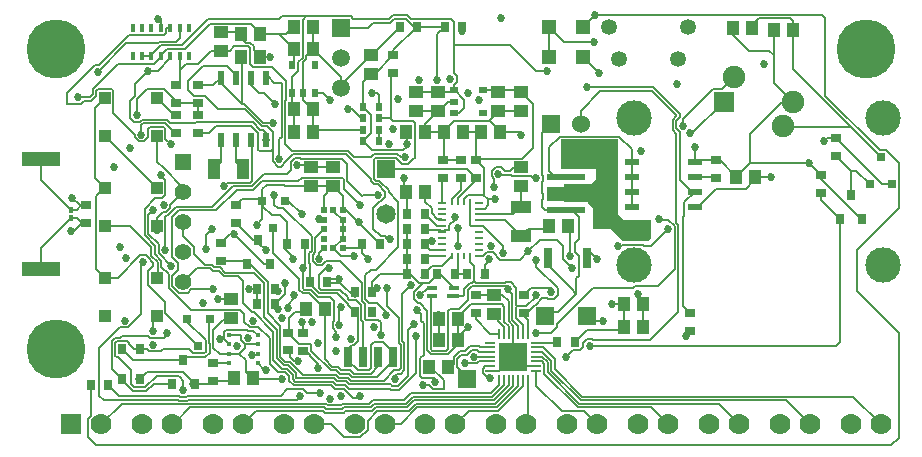
<source format=gtl>
G04*
G04 #@! TF.GenerationSoftware,Altium Limited,CircuitStudio,1.5.1 (13)*
G04*
G04 Layer_Physical_Order=1*
G04 Layer_Color=39423*
%FSAX24Y24*%
%MOIN*%
G70*
G01*
G75*
%ADD10R,0.0709X0.0394*%
%ADD11R,0.1299X0.0197*%
%ADD12R,0.1299X0.0512*%
%ADD13R,0.0197X0.0197*%
%ADD14R,0.0394X0.0138*%
%ADD15R,0.0354X0.0138*%
%ADD16R,0.0315X0.0709*%
%ADD17R,0.0299X0.0299*%
%ADD18R,0.0217X0.0315*%
%ADD19R,0.0315X0.0354*%
%ADD20R,0.0512X0.0236*%
%ADD21R,0.0492X0.0480*%
%ADD22R,0.0236X0.0512*%
%ADD23R,0.0591X0.0591*%
%ADD24R,0.0079X0.0335*%
%ADD25R,0.0335X0.0079*%
%ADD26O,0.0335X0.0079*%
%ADD27R,0.0945X0.0945*%
%ADD28R,0.0138X0.0295*%
%ADD29R,0.1260X0.0512*%
%ADD30R,0.0295X0.0709*%
%ADD31R,0.0266X0.0098*%
%ADD32R,0.0098X0.0226*%
%ADD33R,0.0157X0.0157*%
%ADD34R,0.0236X0.0283*%
%ADD35R,0.0394X0.0512*%
%ADD36R,0.0394X0.0394*%
%ADD37R,0.0315X0.0354*%
%ADD38R,0.0118X0.0197*%
%ADD39R,0.0591X0.0591*%
%ADD40R,0.0512X0.0394*%
%ADD41R,0.0354X0.0315*%
%ADD42R,0.0276X0.0354*%
%ADD43R,0.0354X0.0276*%
%ADD44R,0.0315X0.0217*%
%ADD45R,0.0394X0.0709*%
%ADD46C,0.0060*%
%ADD47C,0.0080*%
%ADD48C,0.0530*%
%ADD49C,0.0700*%
%ADD50R,0.0700X0.0700*%
%ADD51C,0.0550*%
%ADD52R,0.0550X0.0550*%
%ADD53C,0.1181*%
%ADD54R,0.0650X0.0650*%
%ADD55C,0.0750*%
%ADD56C,0.1969*%
%ADD57C,0.0591*%
%ADD58C,0.0600*%
%ADD59R,0.0600X0.0600*%
%ADD60C,0.0650*%
%ADD61C,0.0270*%
G36*
X030250Y018000D02*
X030400Y017800D01*
X031350D01*
Y017200D01*
X031250Y017100D01*
X030400D01*
X030000Y017500D01*
X029400D01*
Y018200D01*
X029250Y018350D01*
Y018400D01*
X028450D01*
Y019000D01*
X029350D01*
X029500Y019150D01*
Y019500D01*
X028350D01*
Y020500D01*
X030250D01*
Y018000D01*
D02*
G37*
D10*
X027000Y018242D02*
D03*
Y017258D02*
D03*
D11*
X028500Y018130D02*
D03*
Y019232D02*
D03*
D12*
Y018681D02*
D03*
D13*
X020750Y018130D02*
D03*
X020435D02*
D03*
Y017815D02*
D03*
Y017500D02*
D03*
Y017185D02*
D03*
Y016870D02*
D03*
X020750D02*
D03*
X021065D02*
D03*
Y017185D02*
D03*
Y017500D02*
D03*
Y017815D02*
D03*
Y018130D02*
D03*
D14*
X024754Y015262D02*
D03*
D15*
X024774Y015538D02*
D03*
X024026Y015262D02*
D03*
Y015538D02*
D03*
D16*
X021250Y013250D02*
D03*
X021750D02*
D03*
X022250D02*
D03*
X022750D02*
D03*
D17*
X018750Y017548D02*
D03*
X019124Y018450D02*
D03*
X018376D02*
D03*
X039000Y019902D02*
D03*
X038626Y019000D02*
D03*
X039374D02*
D03*
X016250Y013598D02*
D03*
X016624Y014500D02*
D03*
X015876Y014500D02*
D03*
D18*
X019750Y022028D02*
D03*
X019376D02*
D03*
X020124D02*
D03*
Y022972D02*
D03*
X019376D02*
D03*
D19*
X018250Y017144D02*
D03*
X018624Y016356D02*
D03*
X017876D02*
D03*
X038000Y018644D02*
D03*
X038374Y017856D02*
D03*
X037626D02*
D03*
X015750Y013144D02*
D03*
X016124Y012356D02*
D03*
X015376D02*
D03*
D20*
X032793Y018250D02*
D03*
Y018750D02*
D03*
Y019250D02*
D03*
Y019750D02*
D03*
X030707Y018250D02*
D03*
Y018750D02*
D03*
Y019250D02*
D03*
Y019750D02*
D03*
D21*
X027929Y024250D02*
D03*
X029071D02*
D03*
X027929Y023250D02*
D03*
X029071D02*
D03*
D22*
X018500Y022543D02*
D03*
X018000D02*
D03*
X017500D02*
D03*
X017000D02*
D03*
X018500Y020457D02*
D03*
X018000Y020457D02*
D03*
X017500D02*
D03*
X017000Y020457D02*
D03*
D23*
X029189Y014600D02*
D03*
X027811D02*
D03*
D24*
X026278Y014018D02*
D03*
X026435D02*
D03*
X026593D02*
D03*
X026750D02*
D03*
X026907D02*
D03*
X027065D02*
D03*
X027222D02*
D03*
Y012482D02*
D03*
X027065D02*
D03*
X026907D02*
D03*
X026750D02*
D03*
X026593D02*
D03*
X026435D02*
D03*
X026278D02*
D03*
D25*
X027518Y013722D02*
D03*
Y013565D02*
D03*
Y013407D02*
D03*
Y013250D02*
D03*
Y013093D02*
D03*
Y012935D02*
D03*
Y012778D02*
D03*
X025982D02*
D03*
Y012935D02*
D03*
Y013093D02*
D03*
Y013250D02*
D03*
Y013407D02*
D03*
Y013565D02*
D03*
D26*
Y013722D02*
D03*
D27*
X026750Y013250D02*
D03*
D28*
X015945Y024222D02*
D03*
X015630D02*
D03*
X015315D02*
D03*
X015000D02*
D03*
X014685D02*
D03*
X014370D02*
D03*
X014055D02*
D03*
X015945Y023278D02*
D03*
X015630D02*
D03*
X015315D02*
D03*
X015000D02*
D03*
X014685D02*
D03*
X014370D02*
D03*
X014055D02*
D03*
D29*
X011000Y019831D02*
D03*
Y016169D02*
D03*
D30*
X029190Y016550D02*
D03*
X027910D02*
D03*
D31*
X024386Y016614D02*
D03*
Y016811D02*
D03*
Y017008D02*
D03*
Y017205D02*
D03*
Y017402D02*
D03*
Y017598D02*
D03*
Y017795D02*
D03*
Y017992D02*
D03*
Y018189D02*
D03*
Y018386D02*
D03*
X025614Y016614D02*
D03*
Y016811D02*
D03*
Y017008D02*
D03*
Y017205D02*
D03*
Y017402D02*
D03*
Y017598D02*
D03*
Y017795D02*
D03*
Y017992D02*
D03*
Y018189D02*
D03*
Y018386D02*
D03*
D32*
X025295Y018409D02*
D03*
X025098D02*
D03*
X024902D02*
D03*
X024705D02*
D03*
Y016591D02*
D03*
X024902D02*
D03*
X025098D02*
D03*
X025295D02*
D03*
D33*
X017278Y013972D02*
D03*
Y013657D02*
D03*
Y013343D02*
D03*
Y013028D02*
D03*
X018222D02*
D03*
Y013343D02*
D03*
Y013657D02*
D03*
Y013972D02*
D03*
D34*
X021724Y021573D02*
D03*
Y021191D02*
D03*
Y020809D02*
D03*
Y020427D02*
D03*
X022276Y021573D02*
D03*
Y021191D02*
D03*
Y020809D02*
D03*
Y020427D02*
D03*
D35*
X023185Y020750D02*
D03*
X023815D02*
D03*
X017685Y023250D02*
D03*
X018315D02*
D03*
X019435Y020750D02*
D03*
X020065D02*
D03*
X019435Y021500D02*
D03*
X020065D02*
D03*
X019435Y023500D02*
D03*
X020065D02*
D03*
X019435Y024250D02*
D03*
X020065D02*
D03*
X030435Y014250D02*
D03*
X031065D02*
D03*
X030435Y015000D02*
D03*
X031065D02*
D03*
X024565Y012900D02*
D03*
X023935D02*
D03*
X034815Y019250D02*
D03*
X034185D02*
D03*
X018315Y024000D02*
D03*
X017685D02*
D03*
X020465Y014850D02*
D03*
X019835D02*
D03*
X028565Y017600D02*
D03*
X027935D02*
D03*
X024435Y020750D02*
D03*
X025065D02*
D03*
X026315D02*
D03*
X025685D02*
D03*
X023185Y018750D02*
D03*
X023815D02*
D03*
X018065Y012550D02*
D03*
X017435D02*
D03*
X024915Y013800D02*
D03*
X024285D02*
D03*
X024915Y014500D02*
D03*
X024285D02*
D03*
X036065Y024150D02*
D03*
X035435D02*
D03*
X034715Y024200D02*
D03*
X034085D02*
D03*
D36*
X013134Y014620D02*
D03*
Y015880D02*
D03*
X014866D02*
D03*
Y014620D02*
D03*
X013134Y020620D02*
D03*
Y021880D02*
D03*
X014866D02*
D03*
Y020620D02*
D03*
X013134Y017620D02*
D03*
Y018880D02*
D03*
X014866D02*
D03*
Y017620D02*
D03*
D37*
X019974Y015750D02*
D03*
X020526D02*
D03*
X022974Y024250D02*
D03*
X023526D02*
D03*
D38*
X012000Y017862D02*
D03*
Y018138D02*
D03*
D39*
X025200Y012500D02*
D03*
X022500Y019500D02*
D03*
X021000Y024200D02*
D03*
D40*
X023500Y022065D02*
D03*
Y021435D02*
D03*
X024250Y022065D02*
D03*
X024250Y021435D02*
D03*
X026250Y022065D02*
D03*
Y021435D02*
D03*
X027000Y022065D02*
D03*
Y021435D02*
D03*
X026100Y014685D02*
D03*
Y015315D02*
D03*
X017000Y023435D02*
D03*
Y024065D02*
D03*
X027000Y019565D02*
D03*
Y018935D02*
D03*
X017350Y014535D02*
D03*
Y015165D02*
D03*
X020000Y018935D02*
D03*
Y019565D02*
D03*
X020750Y018935D02*
D03*
Y019565D02*
D03*
X022000Y022685D02*
D03*
Y023315D02*
D03*
D41*
X019250Y014026D02*
D03*
Y013474D02*
D03*
D42*
X025045Y024250D02*
D03*
X024455D02*
D03*
X018205Y015500D02*
D03*
X018795D02*
D03*
X012655Y012300D02*
D03*
X013245D02*
D03*
X021455Y015400D02*
D03*
X022045D02*
D03*
X028795Y013750D02*
D03*
X028205D02*
D03*
X023205Y017000D02*
D03*
X023795D02*
D03*
X023205Y017500D02*
D03*
X023795D02*
D03*
X023205Y016000D02*
D03*
X023795D02*
D03*
X023205Y016500D02*
D03*
X023795D02*
D03*
X024205Y016000D02*
D03*
X024795D02*
D03*
X023795Y018000D02*
D03*
X023205D02*
D03*
X025205Y016000D02*
D03*
X025795D02*
D03*
X019205Y017000D02*
D03*
X019795D02*
D03*
X022295Y017000D02*
D03*
X021705D02*
D03*
X014295Y013500D02*
D03*
X013705D02*
D03*
X013705Y012500D02*
D03*
X014295D02*
D03*
X021455Y014750D02*
D03*
X022045D02*
D03*
X018205Y015000D02*
D03*
X018795D02*
D03*
D43*
X016250Y021705D02*
D03*
Y022295D02*
D03*
X016250Y021295D02*
D03*
Y020705D02*
D03*
X019750Y014045D02*
D03*
Y013455D02*
D03*
X015500Y021295D02*
D03*
Y020705D02*
D03*
X033500Y019205D02*
D03*
Y019795D02*
D03*
X027100Y014705D02*
D03*
Y015295D02*
D03*
X025500Y019795D02*
D03*
Y019205D02*
D03*
X015500Y021705D02*
D03*
Y022295D02*
D03*
X025000Y019205D02*
D03*
Y019795D02*
D03*
X024400Y019205D02*
D03*
Y019795D02*
D03*
X016750Y013045D02*
D03*
Y012455D02*
D03*
X037500Y020545D02*
D03*
Y019955D02*
D03*
X037000Y018705D02*
D03*
Y019295D02*
D03*
X012500Y018295D02*
D03*
Y017705D02*
D03*
X017500Y018295D02*
D03*
Y017705D02*
D03*
X022750Y023295D02*
D03*
Y022705D02*
D03*
X017000Y016455D02*
D03*
Y017045D02*
D03*
X025500Y014705D02*
D03*
Y015295D02*
D03*
X032650Y014105D02*
D03*
Y014695D02*
D03*
D44*
X024778Y021750D02*
D03*
Y022124D02*
D03*
Y021376D02*
D03*
X025722D02*
D03*
Y022124D02*
D03*
D45*
X016758Y019500D02*
D03*
X017742D02*
D03*
D46*
X032495Y013950D02*
X032650Y014105D01*
X032700Y018750D02*
X032792D01*
X032400Y014945D02*
X032650Y014695D01*
X032400Y014945D02*
Y017900D01*
X032450Y017950D01*
X032125Y016175D02*
Y017593D01*
X031918Y017800D02*
X032125Y017593D01*
X032180Y017708D02*
X032245Y017643D01*
Y014745D02*
Y017643D01*
X031350Y016950D02*
X031900Y017500D01*
X031600Y017800D02*
Y017850D01*
X032450Y017950D02*
Y018089D01*
X032447Y018092D02*
X032450Y018089D01*
X032447Y018092D02*
Y018405D01*
X032792Y018750D01*
X032793D01*
X036020Y024650D02*
X036024Y024646D01*
X029471Y024650D02*
X036020D01*
X035970Y024530D02*
X036065Y024435D01*
X034600Y023450D02*
X035285D01*
X034085Y023965D02*
X034600Y023450D01*
X034085Y023965D02*
Y024300D01*
X036065Y022837D02*
Y024435D01*
X034715Y024300D02*
X034945Y024530D01*
X035970D01*
X035285Y023450D02*
X035435Y023300D01*
Y024300D01*
Y022385D02*
Y023300D01*
Y022385D02*
X036070Y021750D01*
X036065Y022837D02*
X038002Y020900D01*
X037150Y021950D02*
X038959Y020141D01*
X037150Y021950D02*
Y024545D01*
X037049Y024646D02*
X037150Y024545D01*
X036024Y024646D02*
X037049D01*
X039187Y020141D02*
X039614Y019714D01*
X038959Y020141D02*
X039187D01*
X019139Y018949D02*
X019986D01*
X019587Y019102D02*
X019707Y019222D01*
X019156Y019102D02*
X019587D01*
X019149Y019108D02*
X019156Y019102D01*
X018368Y019108D02*
X019149D01*
X019190Y019335D02*
X019325Y019470D01*
X018425Y019335D02*
X019190D01*
X019000Y019582D02*
X019175Y019757D01*
X018900Y019582D02*
X019000D01*
X018725Y019757D02*
X018900Y019582D01*
X018950Y019850D02*
Y020500D01*
X019100Y018988D02*
X019139Y018949D01*
X018538Y018988D02*
X019100D01*
X019086Y018198D02*
X020023Y017261D01*
X019205Y017000D02*
Y017740D01*
X018987Y017958D02*
X019205Y017740D01*
X025369Y015722D02*
X025433Y015786D01*
X024754Y015262D02*
X025062D01*
X025315Y015722D02*
X025369D01*
X025113Y015520D02*
X025315Y015722D01*
X025113Y015313D02*
Y015520D01*
X025062Y015262D02*
X025113Y015313D01*
X024646Y014846D02*
X024946D01*
X024572Y014772D02*
X024646Y014846D01*
X024572Y013507D02*
Y014772D01*
X024946Y014846D02*
X025233Y015133D01*
X024915Y014562D02*
X025353Y015000D01*
X024915Y014500D02*
Y014562D01*
X023205Y017000D02*
Y017500D01*
X022915Y016896D02*
Y018423D01*
X022165Y016145D02*
X022915Y016896D01*
X022553Y017184D02*
X022628D01*
X021600Y017695D02*
X022295Y017000D01*
X021600Y017695D02*
Y017750D01*
X022524Y014945D02*
Y015549D01*
X020311Y017930D02*
X020426Y017815D01*
X020270Y017837D02*
Y017889D01*
X020311Y017930D01*
X020435Y018620D02*
X020750Y018935D01*
X020435Y018130D02*
Y018620D01*
X019250Y018450D02*
X019700Y018000D01*
X019707Y019222D02*
X021043D01*
X020000Y018935D02*
X020750D01*
X019666Y019852D02*
X021043D01*
X019643Y019875D02*
X019666Y019852D01*
X019457Y019875D02*
X019643D01*
X019325Y019743D02*
X019457Y019875D01*
X019325Y019470D02*
Y019743D01*
X019407Y019995D02*
X021173D01*
X019175Y019763D02*
X019407Y019995D01*
X019175Y019757D02*
Y019763D01*
X019385Y020115D02*
X021223D01*
X019148Y020352D02*
X019385Y020115D01*
X019550Y019650D02*
X019915D01*
X021043Y019222D02*
X021096Y019169D01*
X020426Y017815D02*
X020435D01*
X020750Y018121D02*
X021056Y017815D01*
X022085Y017515D02*
X022333Y017267D01*
X022085Y017515D02*
Y018217D01*
X018748Y016694D02*
X019607Y015835D01*
X018748Y016694D02*
Y017597D01*
X018097Y016050D02*
X018447Y015699D01*
X017150Y016050D02*
X018097D01*
X017725Y015037D02*
Y015770D01*
X017565Y015930D02*
X017725Y015770D01*
X017100Y015930D02*
X017565D01*
X017725Y015037D02*
X018030Y014733D01*
X017057Y014822D02*
X017643D01*
X017170Y014150D02*
X017872D01*
X017615Y013343D02*
X017809Y013537D01*
X018250Y014230D02*
X018623Y013857D01*
X017962Y014230D02*
X018250D01*
X017782Y014409D02*
X017962Y014230D01*
X018205Y015000D02*
Y015500D01*
X017950D02*
X018205D01*
X018447Y014567D02*
Y015699D01*
X018567Y014698D02*
Y015749D01*
X017960Y016356D02*
X018567Y015749D01*
X017876Y016356D02*
X017960D01*
X019150Y015355D02*
Y015700D01*
X018795Y015000D02*
X019150Y015355D01*
X019150Y016830D02*
X019407Y016574D01*
X020023Y016786D02*
Y017261D01*
X018903Y018198D02*
X019086D01*
X020750Y018935D02*
X021065Y018620D01*
X021096Y018854D02*
Y019169D01*
X021216Y019102D02*
X021718Y018600D01*
X021216Y019102D02*
Y019679D01*
X021043Y019852D02*
X021216Y019679D01*
X021173Y019995D02*
X021995Y019173D01*
X021438Y019900D02*
X022012D01*
X021223Y020115D02*
X021438Y019900D01*
X021096Y018854D02*
X021650Y018300D01*
X021065Y018130D02*
Y018620D01*
X021768Y018650D02*
X022250D01*
X021718Y018600D02*
X021768Y018650D01*
X022118Y018995D02*
X022223D01*
X021995Y019118D02*
X022118Y018995D01*
X021995Y019118D02*
Y019173D01*
X022273Y019115D02*
X022595Y018793D01*
X022167Y019115D02*
X022273D01*
X022115Y019167D02*
X022167Y019115D01*
X022115Y019167D02*
Y019833D01*
X022223Y018995D02*
X022475Y018743D01*
X022012Y019900D02*
X022118Y020005D01*
X022115Y019833D02*
X022167Y019885D01*
X022833D01*
X022500Y019500D02*
X025205D01*
X022085Y018217D02*
X022293Y018425D01*
X022343D01*
X022475Y018557D01*
Y018743D01*
X022595Y018743D02*
X022915Y018423D01*
X022595Y018743D02*
Y018793D01*
X018405Y018253D02*
X018700Y017958D01*
X018779Y018322D02*
Y018643D01*
Y018322D02*
X018903Y018198D01*
X018700Y017958D02*
X018987D01*
X021011Y016600D02*
X021450D01*
X020750Y016861D02*
X021011Y016600D01*
X020975Y016425D02*
X021697Y015703D01*
X020750Y016879D02*
X021056Y017185D01*
X021705Y016695D02*
X021900Y016500D01*
X021705Y016695D02*
Y016997D01*
X021817Y015186D02*
Y015964D01*
X021999Y016145D01*
X022165D01*
X022194Y015535D02*
X022200Y015528D01*
X022295Y016000D02*
X023205D01*
X022500Y014650D02*
Y014738D01*
X022235Y014483D02*
X022325Y014393D01*
Y013975D02*
Y014393D01*
X022050Y014750D02*
X022150D01*
X021803Y014513D02*
Y015014D01*
Y014513D02*
X021833Y014483D01*
X022235D01*
X021683Y014463D02*
Y014964D01*
X021455Y014750D02*
X021563Y014642D01*
Y013956D02*
Y014642D01*
X021683Y014463D02*
X021750Y014396D01*
Y013250D02*
Y014396D01*
X023050Y015336D02*
X023342Y015628D01*
X023654Y015304D02*
Y015304D01*
X023643Y015025D02*
X023878Y014790D01*
X023568Y015025D02*
X023643D01*
X023425Y015168D02*
X023568Y015025D01*
X023550Y014800D02*
X023675Y014675D01*
X023425Y015168D02*
Y015393D01*
X023435Y015403D01*
X023435D01*
X023729Y015697D01*
X023591D02*
X023729D01*
X023288Y016000D02*
X023591Y015697D01*
X022045Y015750D02*
X022295Y016000D01*
X023998Y013507D02*
Y015234D01*
X024285Y014500D02*
Y014635D01*
X022400Y013750D02*
X022750Y013400D01*
X022100Y013750D02*
X022400D01*
X023878Y013457D02*
Y014790D01*
X023237Y014137D02*
X023450Y014350D01*
X020435Y017815D02*
X020450Y017800D01*
X019450Y015206D02*
Y015300D01*
X019607Y015486D02*
X019730Y015363D01*
X019607Y015486D02*
Y015835D01*
X019727Y015536D02*
Y016227D01*
Y015536D02*
X019780Y015483D01*
X019991D01*
X019230Y014884D02*
Y014986D01*
X019450Y015206D01*
X019795Y016249D02*
Y017000D01*
X019750Y016204D02*
X019795Y016249D01*
X019727Y016227D02*
X019750Y016204D01*
X019975Y015751D02*
Y016343D01*
X019938Y016381D02*
X019975Y016343D01*
X019938Y016381D02*
Y016700D01*
X020058Y016430D02*
Y016650D01*
Y016430D02*
X020195Y016293D01*
X020375D01*
X020283Y016523D02*
Y016718D01*
X020626Y015850D02*
X020950D01*
Y014850D02*
X021000Y014900D01*
X020950Y014300D02*
Y014850D01*
X020725Y014207D02*
X020852Y014080D01*
Y013902D02*
Y014080D01*
X021575Y013757D02*
Y013943D01*
X021443Y013625D02*
X021575Y013757D01*
X021375Y013625D02*
X021443D01*
X021250Y013500D02*
X021375Y013625D01*
X019407Y016523D02*
Y016574D01*
X019730Y015363D02*
X019942D01*
X020278Y015964D02*
X020514Y016200D01*
X020278Y015536D02*
Y015964D01*
X021997Y013647D02*
X022100Y013750D01*
X021563Y013956D02*
X021575Y013943D01*
X021697Y015119D02*
X021803Y015014D01*
X021997Y012858D02*
Y013647D01*
X014459Y018177D02*
X014814Y018532D01*
X015039D01*
X015153Y018646D01*
X015438Y018188D02*
X015500Y018250D01*
X015438Y018164D02*
Y018188D01*
X015236Y017962D02*
X015438Y018164D01*
X015212Y017962D02*
X015236D01*
X015153Y017903D02*
X015212Y017962D01*
X015318Y018318D02*
X015750Y018750D01*
X015318Y018214D02*
Y018318D01*
X015186Y018082D02*
X015318Y018214D01*
X015082Y018082D02*
X015186D01*
X014866Y017866D02*
X015082Y018082D01*
X015385Y017901D02*
X015614Y018130D01*
X015385Y016565D02*
Y017901D01*
X015500Y018250D02*
X016718D01*
X015614Y018130D02*
X016840D01*
X015153Y016803D02*
Y017903D01*
X014866Y017620D02*
Y017866D01*
X014579Y017979D02*
X014728Y018128D01*
X018315Y023250D02*
X018650D01*
X016923Y016107D02*
X017100Y015930D01*
X021000Y022315D02*
Y022565D01*
Y022200D02*
Y022315D01*
X022000Y023315D01*
X013997Y012356D02*
Y012800D01*
Y012356D02*
X014120Y012233D01*
X014470D01*
X013705Y012479D02*
X014071Y012113D01*
X014520D01*
X013595Y011950D02*
X015596D01*
X013245Y012300D02*
X013595Y011950D01*
X013100Y011800D02*
X015576D01*
X013688Y011680D02*
X015526D01*
X013008Y011000D02*
X013688Y011680D01*
X014470Y012233D02*
X014861Y012623D01*
X014520Y012113D02*
X014764Y012356D01*
X012950Y011950D02*
X013100Y011800D01*
X018500Y020457D02*
X018500Y020457D01*
X018250Y020150D02*
Y020708D01*
Y020150D02*
X018289Y020111D01*
X018008Y020950D02*
X018250Y020708D01*
X018725Y020180D02*
Y020733D01*
X018528Y020930D02*
X018725Y020733D01*
X018950Y020500D02*
X019028Y020578D01*
X018367Y020930D02*
X018528D01*
X019028Y020578D02*
Y022243D01*
X018000Y020457D02*
X018029Y020428D01*
Y019108D02*
Y020428D01*
X019148Y020352D02*
Y021793D01*
X018436Y022055D02*
X018803Y021688D01*
X019168Y021813D02*
Y022425D01*
X019148Y021793D02*
X019168Y021813D01*
X018417Y021050D02*
X018750D01*
X018500Y020457D02*
Y020720D01*
X018410Y020810D02*
X018500Y020720D01*
X018318Y020810D02*
X018410D01*
X030050Y015000D02*
X030435D01*
X025045Y024095D02*
Y024250D01*
X024778Y023650D02*
X026650D01*
X025450Y013250D02*
X025982D01*
X025150Y013050D02*
X025175Y013025D01*
X024569Y013334D02*
X024915Y013680D01*
X020058Y016650D02*
X020143Y016736D01*
Y017217D01*
X019938Y016700D02*
X020023Y016786D01*
X020375Y016293D02*
X020507Y016425D01*
X020283Y016718D02*
X020435Y016870D01*
X021724Y020427D02*
X021730D01*
X022000Y020698D01*
Y021302D01*
X021730Y021573D02*
X022000Y021302D01*
X021724Y021573D02*
X021730D01*
X017825Y012740D02*
X018065Y012500D01*
X019050D01*
X018893Y012725D02*
X019143D01*
X019275Y012593D01*
Y012448D02*
Y012593D01*
Y012448D02*
X019428Y012295D01*
X020676D01*
X019292Y013085D02*
X019722Y012655D01*
X020825D01*
X019428Y013122D02*
X019574D01*
X019296Y013254D02*
X019428Y013122D01*
X019147Y013085D02*
X019292D01*
X018983Y013249D02*
X019147Y013085D01*
X019515Y012547D02*
X019527Y012535D01*
X019515Y012547D02*
Y012693D01*
X019243Y012965D02*
X019515Y012693D01*
X019097Y012965D02*
X019243D01*
X018863Y013199D02*
X019097Y012965D01*
X019395Y012497D02*
X019477Y012415D01*
X019395Y012497D02*
Y012643D01*
X019193Y012845D02*
X019395Y012643D01*
X019047Y012845D02*
X019193D01*
X018743Y013150D02*
X019047Y012845D01*
X020426Y017500D02*
X020435D01*
X020143Y017217D02*
X020426Y017500D01*
X019124Y018450D02*
X019250D01*
X018250Y017050D02*
X018500Y016800D01*
X018250Y017050D02*
Y017144D01*
X018026Y018936D02*
X018425Y019335D01*
X018076Y018816D02*
X018368Y019108D01*
X018376Y018826D02*
X018538Y018988D01*
X019986Y018949D02*
X020000Y018935D01*
X018200Y017650D02*
X018376Y017826D01*
Y018500D01*
Y018826D01*
X018405Y018253D02*
Y018471D01*
X018376Y018500D02*
X018405Y018471D01*
X017525Y018816D02*
X018076D01*
X017400Y018936D02*
X018026D01*
X017976Y019056D02*
X018029Y019108D01*
X017206Y019056D02*
X017976D01*
X019150Y016830D02*
Y017000D01*
X018748Y017597D02*
X018750Y017598D01*
X022045Y015535D02*
Y015750D01*
X022150Y014750D02*
X022150Y014750D01*
X021697Y015119D02*
Y015703D01*
X021517Y015130D02*
X021683Y014964D01*
X021282Y015130D02*
X021517D01*
X021225Y015187D02*
X021282Y015130D01*
X021225Y015187D02*
Y015225D01*
X020967Y015483D02*
X021225Y015225D01*
Y014980D02*
X021455Y014750D01*
X021225Y014980D02*
Y014993D01*
X020855Y015363D02*
X021225Y014993D01*
X020775Y014443D02*
Y015120D01*
X021705Y016997D02*
Y017000D01*
X021065Y016870D02*
X021578D01*
X021705Y016997D01*
X021165Y018130D02*
X021600Y017695D01*
X021065Y018130D02*
X021165D01*
X025205Y019500D02*
X025500Y019205D01*
X023100Y018835D02*
Y019200D01*
X023205Y016000D02*
X023288D01*
X023100Y018835D02*
X023185Y018750D01*
X023205Y018730D01*
Y018000D02*
Y018730D01*
X024381Y016267D02*
X024705Y016591D01*
X024030Y016267D02*
X024381D01*
X025746Y016614D02*
X025857Y016725D01*
X025614Y016614D02*
X025746D01*
X025950Y016450D02*
Y016500D01*
X025795Y016295D02*
X025950Y016450D01*
X026057Y016725D02*
X026307Y016475D01*
X025857Y016725D02*
X026057D01*
X025795Y016000D02*
Y016295D01*
X026833Y014985D02*
Y015548D01*
X026656Y015725D02*
X026833Y015548D01*
X026470Y015725D02*
X026656D01*
X026466Y015722D02*
X026470Y015725D01*
X025364Y015602D02*
X026461D01*
X026563Y015500D01*
X026713Y015350D01*
Y014480D02*
Y015350D01*
X026307Y016475D02*
X026959D01*
X027242Y016758D01*
X025496Y015722D02*
X026466D01*
X026385Y015315D02*
X026593Y015107D01*
Y014430D02*
Y015107D01*
X025353Y015000D02*
X026365D01*
X026446Y014919D01*
Y014407D02*
Y014919D01*
X026100Y015315D02*
X026385D01*
X026833Y014985D02*
X026886Y014933D01*
X025433Y015786D02*
X025496Y015722D01*
X025233Y015470D02*
X025364Y015602D01*
X026400Y016700D02*
Y016925D01*
X027242Y016758D02*
X027634Y017150D01*
X026750Y013450D02*
Y014018D01*
Y013250D02*
Y013450D01*
X023729Y015697D02*
X023934D01*
X024900Y016950D02*
Y017550D01*
X025727Y017598D02*
X026400Y016925D01*
X023934Y015697D02*
X024205Y015967D01*
X025295Y017655D02*
Y018409D01*
X024800Y017816D02*
Y017900D01*
X023895Y017100D02*
X024050D01*
X015732Y012132D02*
Y012412D01*
X015750Y012430D01*
X015427Y011000D02*
X015987Y011560D01*
X015370Y011000D02*
X015427D01*
X015938Y011680D02*
X020502D01*
X015987Y011560D02*
X020452D01*
X015925Y011667D02*
X015938Y011680D01*
X015539Y011667D02*
X015925D01*
X015526Y011680D02*
X015539Y011667D01*
X015576Y011800D02*
X015589Y011787D01*
X015875D01*
X015888Y011800D01*
X019550D01*
X015868Y011950D02*
X018988D01*
X015825Y011907D02*
X015868Y011950D01*
X015639Y011907D02*
X015825D01*
X015596Y011950D02*
X015639Y011907D01*
X015623Y012557D02*
X015750Y012430D01*
X015623Y012557D02*
Y012571D01*
X015571Y012623D02*
X015623Y012571D01*
X014861Y012623D02*
X015571D01*
X015737Y012743D02*
X016090Y012390D01*
X014295Y012500D02*
X014539Y012743D01*
X015737D01*
X014764Y012356D02*
X015376D01*
X013705Y012479D02*
Y012500D01*
X013564Y013233D02*
X013997Y012800D01*
X013530Y013233D02*
X013564D01*
X013477Y013286D02*
X013530Y013233D01*
X013477Y013286D02*
Y013714D01*
X013530Y013767D01*
X013648Y014225D02*
X013893D01*
X012950Y011950D02*
Y013527D01*
X013357Y012848D02*
X013705Y012500D01*
X013357Y012848D02*
Y013764D01*
X012950Y013527D02*
X013648Y014225D01*
X013650Y013887D02*
X013700Y013938D01*
X013480Y013887D02*
X013650D01*
X013357Y013764D02*
X013480Y013887D01*
X013530Y013767D02*
X013880D01*
X013933Y013714D01*
Y013667D02*
Y013714D01*
Y013667D02*
X014100Y013500D01*
X014295D01*
X014866Y019750D02*
Y020620D01*
X015093Y019525D02*
X015750Y018868D01*
X014866Y019750D02*
X015091Y019525D01*
X015093D01*
X015750Y018750D02*
Y018868D01*
X016840Y018130D02*
X017525Y018816D01*
X016718Y018250D02*
X017325Y018857D01*
Y018861D01*
X017400Y018936D01*
X017100Y018950D02*
X017206Y019056D01*
X014561Y016558D02*
X014565D01*
X014493Y016625D02*
X014561Y016558D01*
X014307Y016625D02*
X014493D01*
X013562Y015880D02*
X014307Y016625D01*
X013893Y014225D02*
X014350Y014682D01*
Y016350D02*
X014400Y016400D01*
X014350Y014682D02*
Y016350D01*
X014866Y017484D02*
Y017620D01*
X014579Y017348D02*
Y017979D01*
X014459Y017298D02*
Y018177D01*
X014579Y017348D02*
X014925Y017002D01*
X014459Y017298D02*
X014805Y016953D01*
X015150Y016800D02*
X015153Y016803D01*
X023500Y021435D02*
X024250D01*
X021724Y022409D02*
X022000Y022685D01*
X021724Y021573D02*
Y022409D01*
X020065Y023500D02*
X021000Y022565D01*
X023351Y012040D02*
X026000D01*
X023111Y011800D02*
X023351Y012040D01*
X022064Y011800D02*
X023111D01*
X021944Y011680D02*
X022064Y011800D01*
X021048Y011680D02*
X021944D01*
X020993Y011625D02*
X021048Y011680D01*
X023400Y011920D02*
X026049D01*
X023160Y011680D02*
X023400Y011920D01*
X022114Y011680D02*
X023160D01*
X021994Y011560D02*
X022114Y011680D01*
X021098Y011560D02*
X021994D01*
X021043Y011505D02*
X021098Y011560D01*
X021148Y011440D02*
X022044D01*
X021093Y011385D02*
X021148Y011440D01*
X023450Y011800D02*
X026099D01*
X023210Y011560D02*
X023450Y011800D01*
X022164Y011560D02*
X023210D01*
X022044Y011440D02*
X022164Y011560D01*
X023500Y011680D02*
X026149D01*
X023260Y011440D02*
X023500Y011680D01*
X022213Y011440D02*
X023260D01*
X021897Y011123D02*
X022213Y011440D01*
X023550Y011560D02*
X026198D01*
X022990Y011000D02*
X023550Y011560D01*
X022457Y011000D02*
X022990D01*
X021897Y010818D02*
Y011123D01*
X021639Y010560D02*
X021897Y010818D01*
X020673Y011000D02*
X021113Y010560D01*
X020094Y011000D02*
X020673D01*
X022893Y012275D02*
X023237Y012619D01*
X022707Y012275D02*
X022893D01*
X022656Y012326D02*
X022707Y012275D01*
X021283Y012326D02*
X022656D01*
X022800Y012500D02*
Y012600D01*
X022945Y012806D02*
X022997Y012858D01*
X022787Y012806D02*
X022945D01*
X022427Y012446D02*
X022787Y012806D01*
X022943Y012155D02*
X023500Y012712D01*
X023237Y012619D02*
Y014137D01*
X023500Y012712D02*
Y013950D01*
X022205Y012566D02*
X022750Y013111D01*
Y013250D01*
X021383Y012566D02*
X022205D01*
X021333Y012446D02*
X022427D01*
X022657Y012155D02*
X022943D01*
X021507Y012175D02*
X022637D01*
X022657Y012155D01*
X020986Y012664D02*
X021285D01*
X021383Y012566D01*
X020937Y012544D02*
X021235D01*
X021333Y012446D01*
X020825Y012655D02*
X020937Y012544D01*
X020887Y012424D02*
X021185D01*
X019527Y012535D02*
X020776D01*
X020887Y012424D01*
X019477Y012415D02*
X020726D01*
X020837Y012304D01*
X020676Y012295D02*
X020796Y012175D01*
X019213D02*
X019743D01*
X018988Y011950D02*
X019213Y012175D01*
X019743D02*
X019868Y012050D01*
X020300D01*
X020465Y014350D02*
Y014850D01*
Y014350D02*
X020475Y014340D01*
X022750Y013250D02*
Y013400D01*
X021945Y012806D02*
X021997Y012858D01*
X021555Y012806D02*
X021945D01*
X021536Y012825D02*
X021555Y012806D01*
X021185Y012424D02*
X021283Y012326D01*
X021994Y012686D02*
X022250Y012941D01*
X021313Y012805D02*
X021432Y012686D01*
X021994D01*
X021525Y012825D02*
X021536D01*
X021250Y013100D02*
X021525Y012825D01*
X021250Y013100D02*
Y013250D01*
X021502Y012170D02*
X021507Y012175D01*
X021015Y012805D02*
X021313D01*
X021135Y012304D02*
X021269Y012170D01*
X020837Y012304D02*
X021135D01*
X021093Y012175D02*
X021393Y011875D01*
X020796Y012175D02*
X021093D01*
X020457Y011385D02*
X021093D01*
X020507Y011505D02*
X021043D01*
X020557Y011625D02*
X020993D01*
X021393Y011875D02*
X021525D01*
X020850Y012800D02*
X020986Y012664D01*
X020900Y012920D02*
X021015Y012805D01*
X020712Y012920D02*
X020900D01*
X020502Y011680D02*
X020557Y011625D01*
X020452Y011560D02*
X020507Y011505D01*
X020402Y011440D02*
X020457Y011385D01*
X018172Y011440D02*
X020402D01*
X021113Y010560D02*
X021639D01*
X012836Y010300D02*
X039350D01*
X021269Y012170D02*
X021502D01*
X019974Y015670D02*
Y015750D01*
Y015670D02*
X020281Y015363D01*
X020855D01*
X020231Y015243D02*
X020652D01*
X019991Y015483D02*
X020231Y015243D01*
X019942Y015363D02*
X020455Y014850D01*
X020465D01*
X020331Y015483D02*
X020967D01*
X020278Y015536D02*
X020331Y015483D01*
X020982Y015723D02*
X021455Y015250D01*
X020553Y015723D02*
X020982D01*
X020652Y015243D02*
X020775Y015120D01*
X020526Y015750D02*
X020553Y015723D01*
X021250Y013250D02*
Y013500D01*
X021953Y015050D02*
X022188D01*
X021817Y015186D02*
X021953Y015050D01*
X022045Y014750D02*
X022150D01*
X022188Y015050D02*
X022500Y014738D01*
X020850Y013900D02*
X020852Y013902D01*
X019482Y014750D02*
X019935D01*
X019275Y014543D02*
X019482Y014750D01*
X019275Y014051D02*
Y014543D01*
X018567Y014698D02*
X018983Y014282D01*
X018095Y014733D02*
X018743Y014085D01*
X022524Y014945D02*
X022930Y014538D01*
Y013709D02*
Y014538D01*
X023050Y013759D02*
Y015336D01*
X022930Y013709D02*
X022997Y013642D01*
X019250Y014026D02*
X019593Y013683D01*
X019964D01*
X020017Y013630D01*
Y013445D02*
Y013630D01*
Y013445D02*
X020662Y012800D01*
X020850D01*
X020475Y013157D02*
Y014340D01*
Y013157D02*
X020712Y012920D01*
X019750Y013455D02*
X019838D01*
X019983Y013310D01*
Y013280D02*
Y013310D01*
Y013280D02*
X020250Y013012D01*
X020725Y014393D02*
X020775Y014443D01*
X020725Y014207D02*
Y014393D01*
X022250Y012941D02*
Y013250D01*
X022997Y012858D02*
Y013642D01*
X020526Y015750D02*
X020626Y015850D01*
X020253Y012890D02*
Y012964D01*
X020227Y012990D02*
X020253Y012964D01*
X018447Y014567D02*
X018863Y014152D01*
X018743Y013150D02*
Y014085D01*
X019250Y014026D02*
X019275Y014051D01*
X018983Y013249D02*
Y014282D01*
X018863Y013199D02*
Y014152D01*
X019296Y013254D02*
Y013429D01*
X018623Y012995D02*
X018893Y012725D01*
X018623Y012995D02*
Y013857D01*
X018450Y012800D02*
X018500D01*
X016750Y013550D02*
X016957Y013343D01*
X017278D01*
X016965Y013835D02*
X017100D01*
X016740Y013742D02*
Y014140D01*
X016620Y013692D02*
Y014496D01*
X022589Y020298D02*
Y020350D01*
X022026Y020125D02*
X023075D01*
X022118Y020005D02*
X022882D01*
X022833Y019885D02*
X023043Y019675D01*
X022736Y021096D02*
X023419D01*
X022882Y020005D02*
X022988Y019900D01*
X023150D01*
X023243Y019675D02*
X023440Y019872D01*
X023043Y019675D02*
X023243D01*
X022641Y021191D02*
X022736Y021096D01*
X023200Y020250D02*
Y020350D01*
Y020735D01*
X023472Y019872D02*
Y021043D01*
X023075Y020125D02*
X023200Y020250D01*
X023440Y019872D02*
X023472D01*
X023185Y020750D02*
X023200Y020735D01*
X023419Y021096D02*
X023472Y021043D01*
X022050Y022050D02*
X022200D01*
X022276Y021974D01*
X019750Y014045D02*
Y014300D01*
X017450Y017350D02*
X018444Y016356D01*
X017809Y013657D02*
X018222D01*
X017809Y013537D02*
Y013657D01*
X017615Y013343D02*
X017825Y013132D01*
Y012740D02*
Y013132D01*
X017278Y013343D02*
X017615D01*
X016750Y013550D02*
Y013732D01*
X016740Y013742D02*
X016750Y013732D01*
X016620Y013692D02*
X016624Y013688D01*
Y013376D02*
Y013688D01*
X016490Y013412D02*
Y013797D01*
X016487Y013239D02*
X016624Y013376D01*
X016437Y013359D02*
X016490Y013412D01*
X016063Y013359D02*
X016437D01*
X017675Y013792D02*
X017809Y013657D01*
X017675Y013792D02*
Y013943D01*
X017912Y014110D02*
X018085D01*
X017872Y014150D02*
X017912Y014110D01*
X018030Y014733D02*
X018095D01*
X017646Y013972D02*
X017675Y013943D01*
X016740Y014140D02*
X017060Y014460D01*
X017109Y014088D02*
X017170Y014150D01*
X017109Y013844D02*
Y014088D01*
X015876Y014410D02*
X016490Y013797D01*
X016014Y014800D02*
X017035D01*
X016016Y015500D02*
X016750D01*
X015901Y015385D02*
X016016Y015500D01*
X016915Y015165D02*
X017350D01*
X017100Y013835D02*
X017109Y013844D01*
X016620Y014496D02*
X016624Y014500D01*
X023795Y017459D02*
X024328D01*
X024386Y017402D02*
X024443Y017459D01*
X024609D01*
Y017624D01*
X024800Y017816D01*
X024197Y017598D02*
X024386D01*
X023795Y018000D02*
X024197Y017598D01*
X025000Y018798D02*
Y019205D01*
X024705Y018502D02*
X025000Y018798D01*
X025295Y017655D02*
X025352Y017598D01*
X025614D01*
X020227Y012990D02*
X020250Y013012D01*
X017782Y014409D02*
Y014683D01*
X017643Y014822D02*
X017782Y014683D01*
X023758Y013303D02*
Y014360D01*
X023675Y014443D02*
X023758Y014360D01*
X023675Y014443D02*
Y014675D01*
X018085Y014110D02*
X018222Y013972D01*
X017035Y014800D02*
X017057Y014822D01*
X017278Y013972D02*
X017646D01*
X017060Y014460D02*
X017310D01*
X024778Y022691D02*
Y023650D01*
Y022691D02*
X024875Y022594D01*
Y022407D02*
Y022594D01*
X024778Y022310D02*
X024875Y022407D01*
X024778Y022124D02*
Y022310D01*
X024217Y024012D02*
X024455Y024250D01*
X024217Y022467D02*
Y024012D01*
X018795Y015000D02*
X018900Y014895D01*
X018444Y016356D02*
X018624D01*
X022675Y022630D02*
X022750Y022705D01*
X022675Y021225D02*
Y022630D01*
X022641Y021191D02*
X022675Y021225D01*
X022276Y021573D02*
Y021974D01*
X021666Y021191D02*
X021724D01*
X021357Y021500D02*
X021666Y021191D01*
X021250Y021500D02*
X021357D01*
X019722Y024487D02*
X019831Y024596D01*
X019031D02*
X019831D01*
X019722Y023207D02*
Y024487D01*
X021322Y024596D02*
X021418Y024500D01*
X019831Y024596D02*
X021322D01*
X018935Y024500D02*
X019031Y024596D01*
X019574Y023059D02*
X019722Y023207D01*
X019574Y022778D02*
Y023059D01*
X019376Y022579D02*
X019574Y022778D01*
X019376Y022028D02*
Y022579D01*
X019842Y023277D02*
X020065Y023500D01*
X019842Y023157D02*
Y023277D01*
X019750Y023065D02*
X019842Y023157D01*
X019750Y022028D02*
Y023065D01*
X019185Y024000D02*
X019435Y024250D01*
X018935Y024000D02*
X019185D01*
X024386Y018386D02*
Y019191D01*
X023654Y015304D02*
X023888Y015538D01*
X019650Y011900D02*
Y011950D01*
X014061Y013144D02*
X015750D01*
X013705Y013500D02*
X014061Y013144D01*
X015075Y013500D02*
X015922D01*
X015000Y013425D02*
X015075Y013500D01*
X015922D02*
X016063Y013359D01*
X015845Y013239D02*
X016487D01*
X015750Y013144D02*
X015845Y013239D01*
X014605Y013425D02*
X015000D01*
X014530Y013500D02*
X014605Y013425D01*
X014295Y013500D02*
X014530D01*
X015200Y013968D02*
Y014050D01*
X015112Y013880D02*
X015200Y013968D01*
X015385Y015943D02*
X015575Y016133D01*
Y016375D01*
X015385Y016565D02*
X015575Y016375D01*
X015385Y015599D02*
Y015943D01*
X015265Y015549D02*
Y016002D01*
X015015Y016252D02*
X015265Y016002D01*
Y015549D02*
X016014Y014800D01*
X015385Y015599D02*
X015599Y015385D01*
X014925Y016707D02*
X015350Y016282D01*
X014925Y016707D02*
Y017002D01*
X014805Y016657D02*
X015015Y016447D01*
Y016252D02*
Y016447D01*
X014805Y016657D02*
Y016953D01*
X014895Y015909D02*
Y016397D01*
X013968Y017620D02*
X014685Y016903D01*
X014746Y016281D02*
Y016377D01*
X014565Y016558D02*
X014746Y016377D01*
X014685Y016607D02*
X014895Y016397D01*
X014685Y016607D02*
Y016903D01*
X014725Y014105D02*
Y014479D01*
X014866Y014620D01*
X014632Y013880D02*
X015112D01*
X014562Y013950D02*
X014632Y013880D01*
X013700Y013950D02*
X014562D01*
X016056Y012356D02*
X016124D01*
X018222Y013028D02*
X018450Y012800D01*
X024785Y021100D02*
X025965D01*
X024435Y020750D02*
X024785Y021100D01*
X020000Y019565D02*
X020750D01*
X020124Y020809D02*
X021724D01*
X023795Y017000D02*
X023895Y017100D01*
X023648Y013193D02*
X023758Y013303D01*
X023648Y012607D02*
Y013193D01*
X014579Y015646D02*
X015153Y015072D01*
Y014695D02*
Y015072D01*
Y018646D02*
Y019147D01*
X015000Y019300D02*
X015153Y019147D01*
X014350Y020650D02*
Y020962D01*
X014415Y021027D01*
X013421Y021360D02*
X014125Y020655D01*
X014575Y020557D02*
Y020850D01*
X014125Y020557D02*
Y020655D01*
X014575Y020850D02*
X014632Y020907D01*
X014443Y020425D02*
X014575Y020557D01*
X014257Y020425D02*
X014443D01*
X014125Y020557D02*
X014257Y020425D01*
X014632Y020907D02*
X015100D01*
X014365Y021147D02*
X015200D01*
X014293Y021075D02*
X014365Y021147D01*
X014107Y021075D02*
X014293D01*
X013421Y021360D02*
Y022114D01*
X014415Y021027D02*
X015150D01*
X015472Y020705D01*
X015500D01*
X015297Y021050D02*
X016150D01*
X015153Y020497D02*
Y020854D01*
X015200Y021147D02*
X015297Y021050D01*
X015100Y020907D02*
X015153Y020854D01*
Y020497D02*
X015325Y020325D01*
X016150Y021050D02*
X016167Y021067D01*
X016464D01*
X018655Y020111D02*
X018725Y020180D01*
X018289Y020111D02*
X018655D01*
X018725Y019757D02*
Y020180D01*
X017797Y021500D02*
X018367Y020930D01*
X016897Y021500D02*
X017797D01*
X016850Y020950D02*
X018008D01*
X018058Y021070D02*
X018318Y020810D01*
X016467Y021070D02*
X018058D01*
X017786Y021681D02*
X018417Y021050D01*
X017708Y021681D02*
X017786D01*
X016464Y021933D02*
X016897Y021500D01*
X016117Y021933D02*
X016464D01*
X015900Y022150D02*
X016117Y021933D01*
X015900Y022150D02*
Y022450D01*
X016400Y022950D01*
X017200D01*
X017500Y022650D01*
Y022543D02*
Y022650D01*
X017000Y022389D02*
X017708Y021681D01*
Y023227D01*
X017685Y023250D02*
X017708Y023227D01*
X017000Y022389D02*
Y022543D01*
X014150Y022350D02*
X014581Y022781D01*
X014150Y021953D02*
Y022350D01*
X013975Y021778D02*
X014150Y021953D01*
X013975Y021207D02*
Y021778D01*
Y021207D02*
X014107Y021075D01*
X016464Y021067D02*
X016467Y021070D01*
X017500Y022542D02*
Y022543D01*
X025500Y019795D02*
X025767Y019528D01*
Y018667D02*
Y019528D01*
X026157Y019575D02*
X026343D01*
X026025Y019443D02*
X026157Y019575D01*
X026025Y019257D02*
Y019443D01*
Y019257D02*
X026100Y019182D01*
X021724Y020427D02*
X022026Y020125D01*
X022589Y020298D02*
X022600Y020286D01*
X022470Y017267D02*
X022553Y017184D01*
X022333Y017267D02*
X022470D01*
X018688Y022904D02*
X019168Y022425D01*
X019028Y022243D02*
X019048Y022262D01*
Y022375D01*
X018255Y022055D02*
X018436D01*
X018081Y022904D02*
X018688D01*
X017972Y023013D02*
X018081Y022904D01*
X017972Y023013D02*
Y023543D01*
X017919Y023596D02*
X017972Y023543D01*
X017451Y023596D02*
X017919D01*
X017290Y023435D02*
X017451Y023596D01*
X017000Y023435D02*
X017290D01*
X018092Y023473D02*
X018315Y023250D01*
X018092Y023473D02*
Y023593D01*
X017969Y023716D02*
X018092Y023593D01*
X017849Y023716D02*
X017969D01*
X017685Y023880D02*
X017849Y023716D01*
X015159Y024222D02*
X015315D01*
X015159Y024038D02*
Y024222D01*
X015106Y023985D02*
X015159Y024038D01*
X013935Y023985D02*
X015106D01*
X012925Y022975D02*
X013935Y023985D01*
X012807Y022975D02*
X012925D01*
X011875Y022043D02*
X012807Y022975D01*
X011875Y021675D02*
Y022043D01*
Y021675D02*
X012343D01*
X012448Y021780D01*
X012683D01*
X012847Y021944D01*
Y022114D01*
X012904Y022171D01*
X013126D01*
X013569Y023006D02*
X014757D01*
X012727Y022164D02*
X013569Y023006D01*
X012727Y021994D02*
Y022164D01*
X012633Y021900D02*
X012727Y021994D01*
X013126Y022171D02*
X013131Y022167D01*
X013368D01*
X013421Y022114D01*
X012800Y021546D02*
X013134Y021880D01*
X012800Y019214D02*
Y021546D01*
X014200Y021833D02*
X014534Y022167D01*
X014200Y021300D02*
Y021833D01*
X014534Y022167D02*
X015100D01*
X016500Y016850D02*
Y017300D01*
X016700Y017500D01*
X015750Y017266D02*
X016115Y016901D01*
X015750Y017266D02*
Y017750D01*
X016115Y016685D02*
X016480Y016320D01*
X016115Y016685D02*
Y016901D01*
X016692Y016320D02*
X016786Y016227D01*
X016480Y016320D02*
X016692D01*
X020065Y020750D02*
X020124Y020809D01*
X019915Y019650D02*
X020000Y019565D01*
X018557Y022600D02*
X018782Y022375D01*
X019048D01*
X018500Y022543D02*
X018557Y022600D01*
X018000Y022309D02*
Y022543D01*
Y022309D02*
X018255Y022055D01*
X012900Y022750D02*
X013850Y023700D01*
X014909D01*
X014964Y023755D01*
X015505D01*
X015630Y023880D01*
Y024222D01*
X018935Y024000D02*
X019435Y023500D01*
X018315Y024000D02*
X018935D01*
X023169Y024517D02*
X023436Y024250D01*
X023526D01*
X022642Y024380D02*
X022780Y024517D01*
X022080Y024380D02*
X022642D01*
X022593Y024500D02*
X022730Y024637D01*
X021418Y024500D02*
X022593D01*
X024683Y024517D02*
X024778Y024422D01*
X024280Y024517D02*
X024683D01*
X023339Y024517D02*
X023720D01*
X023219Y024637D02*
X023339Y024517D01*
X022730Y024637D02*
X023219D01*
X022780Y024517D02*
X023169D01*
X023738Y024500D02*
X024262D01*
X023720Y024517D02*
X023738Y024500D01*
X024262D02*
X024280Y024517D01*
X021900Y024200D02*
X022080Y024380D01*
X016566Y024500D02*
X018935D01*
X015701Y023635D02*
X016566Y024500D01*
X015630Y022800D02*
Y023278D01*
Y022425D02*
Y022800D01*
X015830Y023000D01*
X016250D01*
X016685Y023435D01*
X017000D01*
X014685Y023306D02*
X015014Y023635D01*
X014685Y023278D02*
Y023306D01*
X015000D02*
X015209Y023515D01*
X015000Y023278D02*
Y023306D01*
X015100Y022167D02*
X015500Y021767D01*
Y021705D02*
Y021767D01*
X016250Y021295D02*
Y021705D01*
X016250Y021705D02*
X016250Y021705D01*
X015500Y021705D02*
X016250D01*
X028000Y014050D02*
X028196Y014246D01*
X027500Y014050D02*
X028000D01*
X027718Y015200D02*
X027882D01*
X027503Y014985D02*
X027718Y015200D01*
X027478Y014985D02*
X027503D01*
X028093Y015175D02*
X028225Y015307D01*
X027907Y015175D02*
X028093D01*
X027882Y015200D02*
X027907Y015175D01*
X028000Y015400D02*
Y015500D01*
X028025Y015525D01*
X031600Y017800D02*
X031918D01*
X027198Y014705D02*
X027478Y014985D01*
X027500Y015253D02*
Y015300D01*
X027330Y015525D02*
X028025D01*
X027179Y014933D02*
X027500Y015253D01*
X028196Y014246D02*
Y014346D01*
X029400Y015550D01*
X030732D01*
X030793Y015611D01*
X031561D01*
X032125Y016175D01*
X030900Y015280D02*
Y015350D01*
X031300Y013800D02*
X032245Y014745D01*
X032180Y017708D02*
Y020682D01*
X031091Y016950D02*
X031350D01*
X031069Y016972D02*
X031091Y016950D01*
X030372Y016972D02*
X031069D01*
X032400Y020950D02*
Y021157D01*
X032175Y021102D02*
X032300Y021227D01*
X032175Y020857D02*
Y021102D01*
X032055Y021151D02*
X032180Y021276D01*
X032055Y020807D02*
Y021151D01*
Y020807D02*
X032180Y020682D01*
X032175Y020857D02*
X032300Y020732D01*
X032180Y021276D02*
Y021300D01*
X032300Y021227D02*
Y021350D01*
Y019150D02*
Y020732D01*
X032400Y021157D02*
X033408Y022165D01*
X033713D01*
X034109Y022561D01*
X032300Y019150D02*
X032700Y018750D01*
X028200Y017150D02*
X028397Y016953D01*
X027634Y017150D02*
X028200D01*
X027242Y017500D02*
X027935D01*
X028670Y015524D02*
X028847Y015347D01*
X028670Y015524D02*
Y015532D01*
X027860Y016341D02*
Y016750D01*
X030900Y015280D02*
X031065Y015115D01*
X031400Y022250D02*
X032300Y021350D01*
X032650Y020700D02*
X032720D01*
X033770Y021750D01*
X027100Y014705D02*
X027198D01*
X026446Y014407D02*
X026593Y014261D01*
Y014018D02*
Y014261D01*
X027518Y013250D02*
X027706D01*
X027895Y013061D01*
X027719Y013407D02*
X028015Y013111D01*
X027518Y013407D02*
X027719D01*
X027731Y013565D02*
X028135Y013161D01*
X027518Y013565D02*
X027731D01*
X027694Y013093D02*
X027775Y013012D01*
X027518Y013093D02*
X027694D01*
X031346Y011560D02*
X031906Y011000D01*
X033588Y011680D02*
X034268Y011000D01*
X035830Y011800D02*
X036630Y011000D01*
X029039Y011920D02*
X038072D01*
X038992Y011000D01*
X028135Y012824D02*
X029039Y011920D01*
X028135Y012824D02*
Y013161D01*
X028989Y011800D02*
X035830D01*
X028015Y012774D02*
X028989Y011800D01*
X028015Y012774D02*
Y013111D01*
X028940Y011680D02*
X033588D01*
X027895Y012725D02*
X028940Y011680D01*
X027895Y012725D02*
Y013061D01*
X027775Y012675D02*
Y013012D01*
Y012675D02*
X028890Y011560D01*
X031346D01*
X029103Y011440D02*
X029543Y011000D01*
X028361Y011440D02*
X029103D01*
X028361Y011439D02*
X028361Y011440D01*
X028361Y011439D02*
X028361D01*
X027518Y012282D02*
X028361Y011439D01*
X027518Y012282D02*
Y012778D01*
X039614Y018214D02*
Y019714D01*
X038200Y016800D02*
X039614Y018214D01*
X038200Y015450D02*
Y016800D01*
Y015450D02*
X039600Y014050D01*
Y010550D02*
Y014050D01*
X039350Y010300D02*
X039600Y010550D01*
X012568Y010568D02*
X012836Y010300D01*
X012568Y010568D02*
Y011182D01*
X012655Y011269D01*
Y012300D01*
X012847Y016167D02*
Y017857D01*
X012850Y017860D01*
Y018596D01*
X012197Y017862D02*
X012355Y017705D01*
X012000Y017862D02*
X012197D01*
X012188Y018138D02*
X012345Y018295D01*
X012000Y018138D02*
X012188D01*
X013134Y017620D02*
X013968D01*
X012655Y012300D02*
Y012405D01*
X019550Y011800D02*
X019650Y011900D01*
X027929Y024250D02*
X028429Y023750D01*
X029450D01*
X025900Y018500D02*
X026150D01*
X025500Y019852D02*
X027052D01*
X025750Y018650D02*
X025767Y018667D01*
X026100Y018900D02*
Y019182D01*
X026343Y019575D02*
X026475Y019443D01*
X026643D01*
X026765Y019565D01*
X027000D01*
X025722Y022124D02*
X026941D01*
X025500Y019852D02*
Y020565D01*
X027000Y022065D02*
X027400Y021665D01*
Y020200D02*
Y021665D01*
X027052Y019852D02*
X027400Y020200D01*
X025500Y019795D02*
Y019852D01*
X027322Y019278D02*
X027500Y019100D01*
X026707Y019278D02*
X027322D01*
X026685Y019300D02*
X026707Y019278D01*
X026300Y019300D02*
X026685D01*
X025100Y021550D02*
Y021821D01*
X024926Y021376D02*
X025100Y021550D01*
X024778Y021376D02*
X024926D01*
X026941Y022124D02*
X027000Y022065D01*
X026250Y021435D02*
X027000D01*
X026900Y020750D02*
X027000Y020650D01*
X026315Y020750D02*
X026900D01*
X027000Y018242D02*
Y018935D01*
X027000Y014705D02*
X027222Y014482D01*
X026250Y019350D02*
X026300Y019300D01*
X027700Y018482D02*
X027725Y018507D01*
X027700Y018250D02*
Y018482D01*
X027100Y015295D02*
X027330Y015525D01*
X028622Y016592D02*
Y017443D01*
X028565Y017500D02*
X028622Y017443D01*
X028250Y014750D02*
X028847Y015347D01*
X028800Y016732D02*
Y017039D01*
X028950Y017189D01*
Y017900D01*
X028720Y018130D02*
X028950Y017900D01*
X028500Y018130D02*
X028720D01*
X017500Y018295D02*
X017705Y018500D01*
X015599Y015385D02*
X015901D01*
X015750Y015750D02*
X016200Y016200D01*
X017100Y013835D02*
X017278Y013657D01*
X015153Y014695D02*
X016250Y013598D01*
X016736Y016107D02*
X016923D01*
X016643Y016200D02*
X016736Y016107D01*
X016200Y016200D02*
X016643D01*
X014581Y022781D02*
X014900D01*
X031065Y015000D02*
Y015115D01*
Y014250D02*
Y015000D01*
X037195Y020545D02*
X037500D01*
X037100Y020450D02*
X037195Y020545D01*
X024778Y023650D02*
Y024422D01*
X027515Y022785D02*
X027885D01*
X026650Y023650D02*
X027515Y022785D01*
X031380Y022100D02*
X032180Y021300D01*
X029650Y022100D02*
X031380D01*
X029000Y021450D02*
X029650Y022100D01*
X029000Y021000D02*
Y021450D01*
X029200Y022250D02*
X031400D01*
X020750Y016861D02*
Y016870D01*
X028168Y019232D02*
X028500D01*
X027950Y019450D02*
X028168Y019232D01*
X027950Y019450D02*
Y020250D01*
X028290Y020590D01*
X023998Y013507D02*
X024051Y013454D01*
X024519D01*
X024572Y013507D01*
X024965Y013438D02*
X025150D01*
X024762Y013235D02*
X024965Y013438D01*
X024762Y013000D02*
Y013235D01*
X025014Y013318D02*
X025199D01*
X024882Y013186D02*
X025014Y013318D01*
X024882Y012918D02*
Y013186D01*
X023117Y012809D02*
Y013691D01*
X022994Y012686D02*
X023117Y012809D01*
X024001Y013334D02*
X024569D01*
X023878Y013457D02*
X024001Y013334D01*
X025307Y013595D02*
X025593D01*
X025150Y013438D02*
X025307Y013595D01*
X025357Y013475D02*
X025543D01*
X025199Y013318D02*
X025357Y013475D01*
X024882Y012918D02*
X025300Y012500D01*
X028500Y013250D02*
X028733Y013483D01*
X016973Y016227D02*
X017150Y016050D01*
X023050Y013759D02*
X023117Y013691D01*
X022886Y012686D02*
X022994D01*
X022800Y012600D02*
X022886Y012686D01*
X023935Y012900D02*
X023985D01*
X024425Y012460D01*
Y012175D02*
Y012460D01*
X024057Y012175D02*
X024157D01*
X023932Y012300D02*
X024057Y012175D01*
X023750Y012300D02*
X023932D01*
X024150Y012400D02*
Y012500D01*
X024096Y012554D02*
X024150Y012500D01*
X024157Y012175D02*
X024425D01*
X023701Y012554D02*
X024096D01*
X023648Y012607D02*
X023701Y012554D01*
X023888Y015538D02*
X024026D01*
X024915Y013680D02*
Y013800D01*
X023998Y015234D02*
X024026Y015262D01*
Y015538D02*
X024124D01*
X023795Y016033D02*
X024030Y016267D01*
X023205Y016000D02*
Y016500D01*
X024205Y016000D02*
X024312D01*
X024774Y015538D01*
X029300Y013600D02*
X037500D01*
X029418Y013800D02*
X031300D01*
X029393Y013825D02*
X029418Y013800D01*
X029207Y013825D02*
X029393D01*
X029075Y013693D02*
X029207Y013825D01*
X029075Y013587D02*
Y013693D01*
X028970Y013483D02*
X029075Y013587D01*
X030335Y014150D02*
X030435Y014250D01*
X029195Y014150D02*
X030335D01*
X028795Y013750D02*
X029195Y014150D01*
X028733Y013483D02*
X028970D01*
X030435Y014250D02*
Y015000D01*
X029189Y014750D02*
X029489Y014450D01*
X029750D01*
X037500Y013600D02*
X037626Y013726D01*
Y017856D01*
X032793Y019750D02*
Y020243D01*
X035700Y021750D02*
X036070D01*
X034635Y020685D02*
X035700Y021750D01*
X034635Y019700D02*
Y020685D01*
Y019700D02*
X036595D01*
X034185Y019250D02*
X034635Y019700D01*
X036595D02*
X037000Y019295D01*
Y019182D02*
Y019295D01*
Y019182D02*
X038325Y017856D01*
X038374D01*
X037000Y018482D02*
X037626Y017856D01*
X037000Y018482D02*
Y018705D01*
X035731Y020939D02*
X035770Y020900D01*
X038002D01*
X039000Y019902D01*
X039052Y019000D02*
X039374D01*
X037507Y020545D02*
X039052Y019000D01*
X037500Y020545D02*
X037507D01*
X038171Y019455D02*
X038626Y019000D01*
X038000Y019455D02*
X038171D01*
X038000Y018644D02*
Y019455D01*
X037500Y019955D02*
X038000Y019455D01*
X034815Y019165D02*
Y019250D01*
X034500Y018850D02*
X034815Y019165D01*
X033500Y018850D02*
X034500D01*
X032900Y018250D02*
X033500Y018850D01*
X032793Y018250D02*
X032900D01*
X033455Y019250D02*
X033500Y019205D01*
X032793Y019250D02*
X033455D01*
X034815D02*
X035350D01*
X032793Y019750D02*
X032839Y019795D01*
X033500D01*
X033640D01*
X034185Y019250D01*
X019974Y015750D02*
X019975Y015751D01*
X023815Y021000D02*
X024250Y021435D01*
X023815Y020750D02*
Y021000D01*
X022276Y021191D02*
X022641D01*
X022276Y020427D02*
Y020809D01*
X025500Y020565D02*
X025685Y020750D01*
X025965Y021150D02*
X026250Y021435D01*
X025965Y021100D02*
Y021150D01*
Y021100D02*
X026315Y020750D01*
X024435Y019830D02*
X024470Y019795D01*
X025000D01*
X024435Y019830D02*
Y020750D01*
X024778Y022124D02*
X024797D01*
X025100Y021821D01*
X025065Y020750D02*
X025685D01*
X025614Y017598D02*
X025727D01*
X025614Y018189D02*
X025789D01*
X025900Y018300D01*
Y018500D01*
X025750Y018650D02*
X025900Y018500D01*
X025250Y018650D02*
X025750D01*
X025213Y018613D02*
X025250Y018650D01*
X025209Y018613D02*
X025213D01*
X025098Y018502D02*
X025209Y018613D01*
X025098Y018409D02*
Y018502D01*
X025500Y019128D02*
Y019205D01*
X024902Y018529D02*
X025500Y019128D01*
X024902Y018409D02*
Y018529D01*
X024705Y018409D02*
Y018502D01*
X024386Y019191D02*
X024400Y019205D01*
X023815Y018423D02*
Y018750D01*
Y018423D02*
X024023Y018214D01*
Y018046D02*
Y018214D01*
Y018046D02*
X024216Y017853D01*
X024328D01*
X024386Y017795D01*
X024328Y017459D02*
X024386Y017402D01*
X023795Y017459D02*
Y017500D01*
Y017000D02*
X023984Y016811D01*
X024386D01*
X026750Y017992D02*
X027000Y018242D01*
X025614Y017992D02*
X026750D01*
X026463Y017795D02*
X027000Y017258D01*
X025614Y017795D02*
X026463D01*
X025433Y015786D02*
Y016267D01*
X025687Y015892D02*
X025795Y016000D01*
X025806Y012935D02*
X025982D01*
X025725Y012854D02*
X025806Y012935D01*
X025623Y013565D02*
X025982D01*
X025593Y013595D02*
X025623Y013565D01*
X025295Y016404D02*
X025433Y016267D01*
X025295Y016404D02*
Y016591D01*
X025233Y015133D02*
Y015470D01*
X025500Y014500D02*
X025982Y014018D01*
X025500Y014500D02*
Y014705D01*
X025982Y014018D02*
X026278D01*
X014900Y024500D02*
X015000D01*
Y024222D02*
Y024500D01*
X017000Y017045D02*
X017305Y017350D01*
X017450D01*
X017778Y016455D02*
X017876Y016356D01*
X017000Y016455D02*
X017778D01*
X016786Y016227D02*
X016973D01*
X017500Y017705D02*
X018061Y017144D01*
X018250D01*
X017500Y019742D02*
Y020457D01*
X017705Y018500D02*
X018376D01*
X017500Y019742D02*
X017742Y019500D01*
X016758D02*
X017000Y019742D01*
Y020457D01*
X016605Y020705D02*
X016850Y020950D01*
X016250Y020705D02*
X016605D01*
X013700Y013938D02*
Y013950D01*
X016750Y013045D02*
X017260D01*
X020526Y015750D02*
X020526Y015750D01*
X019250Y013474D02*
X019296Y013429D01*
X015000Y023249D02*
Y023278D01*
X014757Y023006D02*
X015000Y023249D01*
X012250Y021900D02*
X012633D01*
X014900Y022781D02*
X015315Y023196D01*
Y023278D01*
X015014Y023635D02*
X015701D01*
X014370Y023278D02*
X014685D01*
X018315Y024000D02*
Y024035D01*
X017998Y024352D02*
X018315Y024035D01*
X016654Y024352D02*
X017998D01*
X015817Y023515D02*
X016654Y024352D01*
X015209Y023515D02*
X015817D01*
X023815Y020750D02*
X024435D01*
X024250Y021435D02*
X024565Y021750D01*
X024778D01*
X024718Y022065D02*
X024778Y022124D01*
X024250Y022065D02*
X024718D01*
X023500D02*
X024250D01*
X022750Y023474D02*
X023526Y024250D01*
X022750Y023295D02*
Y023474D01*
X022140Y022685D02*
X022750Y023295D01*
X022000Y022685D02*
X022140D01*
X022039Y023315D02*
X022974Y024250D01*
X022000Y023315D02*
X022039D01*
X024455Y024250D02*
X024455Y024250D01*
X023526Y024250D02*
X024455D01*
X021000Y024200D02*
X021900D01*
X019750Y021815D02*
Y022028D01*
Y021815D02*
X020065Y021500D01*
Y020750D02*
Y021500D01*
X019435Y020750D02*
Y021500D01*
X019376Y021559D02*
X019435Y021500D01*
X019376Y021559D02*
Y022028D01*
X020065Y023500D02*
Y024250D01*
X019376Y022972D02*
X019435Y023031D01*
Y023500D01*
X017620Y024065D02*
X017685Y024000D01*
X017000Y024065D02*
X017620D01*
X017685Y023880D02*
Y024000D01*
X015500Y022295D02*
X015630Y022425D01*
X016752Y022295D02*
X017000Y022543D01*
X016250Y022295D02*
X016752D01*
X014866Y021880D02*
X015451Y021295D01*
X021065Y017185D02*
Y017500D01*
X020750Y016870D02*
Y016879D01*
Y018121D02*
Y018130D01*
X021056Y017815D02*
X021065D01*
Y017500D02*
Y017815D01*
X023205Y016500D02*
Y017000D01*
X017260Y013045D02*
X017278Y013028D01*
X017390Y012455D02*
X017435Y012500D01*
X016750Y012455D02*
X017390D01*
X016652Y012356D02*
X016750Y012455D01*
X016124Y012356D02*
X016652D01*
X015876Y014410D02*
Y014500D01*
X014579Y015646D02*
Y016114D01*
X014746Y016281D01*
X014866Y015880D02*
X014895Y015909D01*
X013134Y015880D02*
X013562D01*
X012800Y019214D02*
X013134Y018880D01*
X012850Y018596D02*
X013134Y018880D01*
X012847Y016167D02*
X013134Y015880D01*
X015451Y021295D02*
X015500D01*
X013134Y020612D02*
Y020620D01*
Y020612D02*
X014866Y018880D01*
X012050Y018550D02*
X012305Y018295D01*
X012345D01*
X011000Y019138D02*
X012000Y018138D01*
X011000Y019138D02*
Y019831D01*
Y016169D02*
Y016862D01*
X012000Y017862D01*
X029071Y024250D02*
X029471Y024650D01*
X027929Y023250D02*
Y024250D01*
X027811Y014750D02*
X028250D01*
X027000Y017258D02*
X027242Y017500D01*
X027820Y018130D02*
X028500D01*
X027700Y018250D02*
X027820Y018130D01*
X027700Y020700D02*
X028000Y021000D01*
X028290Y020590D02*
X030287D01*
X030707Y020171D01*
Y019750D02*
Y020171D01*
Y019250D02*
Y019750D01*
Y018750D02*
Y019250D01*
Y018250D02*
Y018750D01*
X029300Y016750D02*
X029527Y016523D01*
X025894Y012532D02*
X025982D01*
X026000Y012040D02*
X026278Y012318D01*
X026049Y011920D02*
X026435Y012306D01*
X026099Y011800D02*
X026593Y012294D01*
X026149Y011680D02*
X026750Y012281D01*
X026198Y011560D02*
X026907Y012269D01*
X026248Y011440D02*
X027065Y012257D01*
X025259Y011440D02*
X026248D01*
X025725Y012701D02*
X025894Y012532D01*
X025725Y012701D02*
Y012854D01*
X025175Y013025D02*
X025543D01*
X025611Y013093D01*
X025982D01*
X024565Y013000D02*
X024762D01*
X025611Y013407D02*
X025982D01*
X025543Y013475D02*
X025611Y013407D01*
X025500Y015295D02*
X025520Y015315D01*
X026100D01*
X026593Y014430D02*
X026750Y014273D01*
Y014018D02*
Y014273D01*
X026250Y014434D02*
Y014685D01*
Y014434D02*
X026435Y014249D01*
Y014018D02*
Y014249D01*
X026713Y014480D02*
X026907Y014285D01*
X026833Y014530D02*
X027065Y014298D01*
X026833Y014530D02*
Y014880D01*
X026886Y014933D01*
X027179D01*
X027222Y014018D02*
Y014482D01*
X024205Y015967D02*
Y016000D01*
X023687Y015892D02*
X023795Y016000D01*
X024285Y013800D02*
Y014500D01*
X023795Y016500D02*
X023909Y016614D01*
X024386D01*
X023795Y016000D02*
Y016033D01*
X024902Y016106D02*
Y016591D01*
X024795Y016000D02*
X024902Y016106D01*
X024795Y016000D02*
X025205D01*
X026907Y014018D02*
Y014285D01*
X027065Y014018D02*
Y014298D01*
X028177Y013722D02*
X028205Y013750D01*
X027518Y013722D02*
X028177D01*
X025982Y012778D02*
X026278D01*
X026750Y013250D01*
X027065Y012935D01*
X027518D01*
X026278Y012318D02*
Y012482D01*
X026907Y012269D02*
Y012482D01*
X026750Y012281D02*
Y012482D01*
X026593Y012294D02*
Y012482D01*
X026435Y012306D02*
Y012482D01*
X024819Y011000D02*
X025259Y011440D01*
X017732Y011000D02*
X018172Y011440D01*
X027065Y012257D02*
Y012482D01*
X027222Y011041D02*
Y012482D01*
X027181Y011000D02*
X027222Y011041D01*
X027725Y018507D02*
Y018693D01*
X027700Y018718D02*
X027725Y018693D01*
X027500Y019100D02*
Y019200D01*
X027700Y018718D02*
Y019082D01*
X027725Y019107D01*
Y019293D01*
X027700Y019318D02*
X027725Y019293D01*
X027700Y019318D02*
Y020700D01*
X027500Y016250D02*
Y016481D01*
Y016250D02*
X028225Y015525D01*
Y015307D02*
Y015525D01*
X027860Y016341D02*
X028670Y015532D01*
X028847Y015347D02*
Y015875D01*
X028925Y015953D01*
Y016607D01*
X028800Y016732D02*
X028925Y016607D01*
X028397Y016499D02*
Y016953D01*
X018900Y014850D02*
Y014895D01*
X020507Y016425D02*
X020975D01*
X020514Y016200D02*
X020600D01*
X020250Y022050D02*
X020400D01*
X020642Y021808D01*
X024915Y013800D02*
Y013915D01*
X025250Y014250D01*
X024915Y013915D02*
Y014500D01*
X028397Y016499D02*
X028698Y016198D01*
X012100Y017450D02*
X012355Y017705D01*
X012000Y017450D02*
X012100D01*
D47*
X029071Y023229D02*
Y023250D01*
Y023229D02*
X029600Y022700D01*
D48*
X032559Y024250D02*
D03*
X029941D02*
D03*
X032234Y023187D02*
D03*
X030266D02*
D03*
D49*
X038992Y011000D02*
D03*
X037992D02*
D03*
X036630D02*
D03*
X035630D02*
D03*
X034268D02*
D03*
X033268D02*
D03*
X031906D02*
D03*
X030906D02*
D03*
X029543D02*
D03*
X028543D02*
D03*
X027181D02*
D03*
X026181D02*
D03*
X024819D02*
D03*
X023819D02*
D03*
X022457D02*
D03*
X021457D02*
D03*
X020094D02*
D03*
X019094D02*
D03*
X017732D02*
D03*
X016732D02*
D03*
X015370D02*
D03*
X014370D02*
D03*
X013008D02*
D03*
D50*
X012008D02*
D03*
D51*
X015750Y015750D02*
D03*
Y016750D02*
D03*
Y017750D02*
D03*
Y018750D02*
D03*
D52*
Y019750D02*
D03*
D53*
X030787Y021213D02*
D03*
X039055D02*
D03*
Y016291D02*
D03*
X030787D02*
D03*
D54*
X033770Y021750D02*
D03*
D55*
X036070D02*
D03*
X035731Y020939D02*
D03*
X034109Y022561D02*
D03*
D56*
X011500Y013500D02*
D03*
Y023500D02*
D03*
X038500D02*
D03*
D57*
X021000Y023200D02*
D03*
Y022200D02*
D03*
D58*
X029000Y021000D02*
D03*
D59*
X028000D02*
D03*
D60*
X022500Y018000D02*
D03*
D61*
X013955Y020195D02*
D03*
X032495Y013950D02*
D03*
X031900Y017500D02*
D03*
X031600Y017850D02*
D03*
X018950Y019850D02*
D03*
X022628Y017184D02*
D03*
X021600Y017750D02*
D03*
X022524Y015549D02*
D03*
X020270Y017837D02*
D03*
X019700Y018000D02*
D03*
X019550Y019650D02*
D03*
X018055Y014455D02*
D03*
X017900Y013885D02*
D03*
X017551Y013597D02*
D03*
X018050Y013300D02*
D03*
X017950Y015500D02*
D03*
X019150Y015700D02*
D03*
X018900Y015450D02*
D03*
X022250Y018650D02*
D03*
X021650Y018300D02*
D03*
X018779Y018643D02*
D03*
X022194Y015535D02*
D03*
X022500Y014650D02*
D03*
X022050Y014750D02*
D03*
X022100Y014250D02*
D03*
X023342Y015628D02*
D03*
X023654Y015304D02*
D03*
X023550Y014800D02*
D03*
X021900Y016500D02*
D03*
X021450Y016600D02*
D03*
X024285Y014635D02*
D03*
X022325Y013975D02*
D03*
X023450Y014350D02*
D03*
X019450Y015300D02*
D03*
X019230Y014884D02*
D03*
X020283Y016523D02*
D03*
X019750Y016200D02*
D03*
X020950Y015850D02*
D03*
X021000Y014900D02*
D03*
X020950Y014300D02*
D03*
X021350Y013850D02*
D03*
X019407Y016523D02*
D03*
X013850Y016550D02*
D03*
X015093Y018307D02*
D03*
X014728Y018128D02*
D03*
X018650Y023250D02*
D03*
X014270Y012500D02*
D03*
X018500Y020457D02*
D03*
X018803Y021688D02*
D03*
X018750Y021050D02*
D03*
X030050Y015000D02*
D03*
X025045Y024095D02*
D03*
X025450Y013250D02*
D03*
X025150Y013050D02*
D03*
X019574Y013122D02*
D03*
X018500Y016800D02*
D03*
X018200Y017650D02*
D03*
X023100Y019200D02*
D03*
X025950Y016500D02*
D03*
X026563Y015500D02*
D03*
X026400Y016700D02*
D03*
X027242Y016758D02*
D03*
X026750Y013450D02*
D03*
X024900Y016950D02*
D03*
X024800Y017900D02*
D03*
X024900Y017550D02*
D03*
X024050Y017100D02*
D03*
X015732Y012132D02*
D03*
X014866Y017484D02*
D03*
X022800Y012500D02*
D03*
X021650Y011950D02*
D03*
X021000D02*
D03*
X020650Y011850D02*
D03*
X020300Y012050D02*
D03*
X020850Y013900D02*
D03*
X020051Y014399D02*
D03*
X019050Y014533D02*
D03*
X020250Y013700D02*
D03*
X020850Y013450D02*
D03*
X019050Y012500D02*
D03*
X020253Y012890D02*
D03*
X018500Y012800D02*
D03*
X016965Y013835D02*
D03*
X022589Y020350D02*
D03*
X022750Y020850D02*
D03*
X023150Y019900D02*
D03*
X023200Y020350D02*
D03*
X022050Y022050D02*
D03*
X025600Y021800D02*
D03*
X025250Y022050D02*
D03*
X016750Y015500D02*
D03*
X016915Y015165D02*
D03*
X017235Y014535D02*
D03*
X023500Y013950D02*
D03*
X016400Y015050D02*
D03*
X024650Y022500D02*
D03*
X024217Y022467D02*
D03*
X023600Y022457D02*
D03*
X021250Y021500D02*
D03*
X022900Y021850D02*
D03*
X019650Y011950D02*
D03*
X014750Y013650D02*
D03*
X015200Y014050D02*
D03*
X015350Y016282D02*
D03*
X014400Y016400D02*
D03*
X013800Y014450D02*
D03*
X014725Y014105D02*
D03*
X016056Y012356D02*
D03*
X015150Y016800D02*
D03*
X015000Y019300D02*
D03*
X014350Y020650D02*
D03*
X015325Y020325D02*
D03*
X016500Y016850D02*
D03*
X016700Y017500D02*
D03*
X017100Y018950D02*
D03*
X012900Y022750D02*
D03*
X014200Y021300D02*
D03*
X027500Y014050D02*
D03*
X028000Y015400D02*
D03*
X027500Y015300D02*
D03*
X030900Y015350D02*
D03*
X030250Y016950D02*
D03*
X032400Y020950D02*
D03*
X032650Y020700D02*
D03*
X026150Y018500D02*
D03*
X027000Y020650D02*
D03*
X027500Y016481D02*
D03*
X028622Y016592D02*
D03*
X026250Y019350D02*
D03*
X026100Y018900D02*
D03*
X014581Y022781D02*
D03*
X037100Y020450D02*
D03*
X027885Y022785D02*
D03*
X031000Y020100D02*
D03*
X028500Y013250D02*
D03*
X024150Y012400D02*
D03*
X023750Y012300D02*
D03*
X029300Y013600D02*
D03*
X029750Y014450D02*
D03*
X035100Y023000D02*
D03*
X032793Y020243D02*
D03*
X032200Y022350D02*
D03*
X036595Y019700D02*
D03*
X035350Y019250D02*
D03*
X029200Y022250D02*
D03*
X026350Y024550D02*
D03*
X014900Y024500D02*
D03*
X017450Y017350D02*
D03*
X012250Y021900D02*
D03*
X013622Y016922D02*
D03*
X013435Y019565D02*
D03*
X012050Y018550D02*
D03*
X029450Y023750D02*
D03*
X029471Y024650D02*
D03*
X029600Y022700D02*
D03*
X029527Y016523D02*
D03*
X025982Y012532D02*
D03*
X027500Y019200D02*
D03*
X028700Y016200D02*
D03*
X019721Y014399D02*
D03*
X018900Y014850D02*
D03*
X020600Y016200D02*
D03*
X020642Y021808D02*
D03*
X026000Y016950D02*
D03*
X025250Y014250D02*
D03*
X012000Y017450D02*
D03*
M02*

</source>
